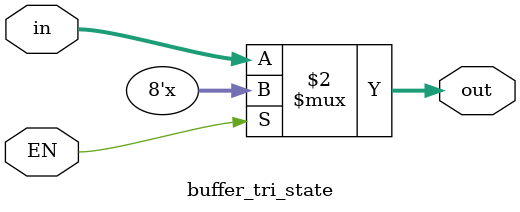
<source format=v>

module buffer_tri_state (
    input [7:0] in,     //Dato de entrada
    input EN,           //0: Lectura, 1: Escritura
    output [7:0] out    //Dato de salida
);

    // Buffer tristate para controlar la dirección de los datos
    assign out = (!EN) ? in : 8'bZ;   // Si EN = 0, se activa la función de lectura, si es 1 se activa la escritura
    
endmodule
</source>
